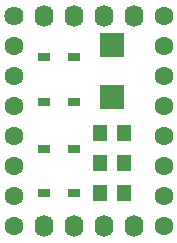
<source format=gbs>
G04 Layer: BottomSolderMaskLayer*
G04 EasyEDA Pro v1.9.29, 2023-03-16 20:55:29*
G04 Gerber Generator version 0.3*
G04 Scale: 100 percent, Rotated: No, Reflected: No*
G04 Dimensions in millimeters*
G04 Leading zeros omitted, absolute positions, 3 integers and 3 decimals*
%FSLAX33Y33*%
%MOMM*%
%AMOval*1,1,$1,$2,$3*1,1,$1,$4,$5*20,1,$1,$2,$3,$4,$5,0*%
%ADD10R,1.234135X1.47861*%
%ADD11R,1.000023X0.800024*%
%ADD12C,1.6016*%
%ADD13C,1.6256*%
%ADD14Oval,1.6016X0.0X-0.125X0.0X0.125*%
%ADD15R,2.101596X2.101596*%
G75*


G04 Pad Start*
G54D10*
G01X8600Y6650D03*
G01X10600Y6650D03*
G01X8600Y9200D03*
G01X10600Y9200D03*
G54D11*
G01X3800Y7800D03*
G01X6400Y7800D03*
G01X3800Y15600D03*
G01X6400Y15600D03*
G01X3800Y11767D03*
G01X6400Y11767D03*
G54D10*
G01X8600Y4100D03*
G01X10600Y4100D03*
G54D11*
G01X3800Y4100D03*
G01X6400Y4100D03*
G54D12*
G01X13970Y13970D03*
G01X13970Y16510D03*
G01X13970Y19050D03*
G01X13970Y11430D03*
G01X13970Y8890D03*
G01X13970Y6350D03*
G01X13970Y3810D03*
G01X13970Y1270D03*
G01X1270Y1270D03*
G01X1270Y3810D03*
G01X1270Y6350D03*
G01X1270Y8890D03*
G01X1270Y11430D03*
G01X1270Y13970D03*
G01X1270Y16510D03*
G54D13*
G01X1270Y19050D03*
G54D14*
G01X11430Y19050D03*
G01X8890Y19050D03*
G01X6350Y19050D03*
G01X3810Y19050D03*
G01X11430Y1270D03*
G01X8890Y1270D03*
G01X6350Y1270D03*
G01X3810Y1270D03*
G54D15*
G01X9600Y12200D03*
G01X9600Y16600D03*
G04 Pad End*

M02*

</source>
